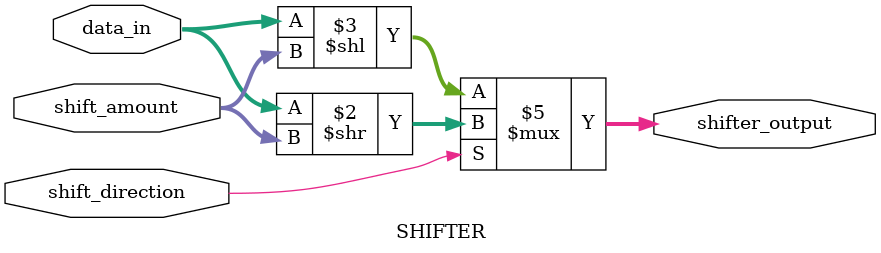
<source format=v>
module SHIFTER(
input [31:0] data_in, 
input [31:0] shift_amount, 
input shift_direction, 
output reg [31:0] shifter_output 
);
always @(data_in)
begin
//shift right operation
if(shift_direction) 
	shifter_output <= data_in >> shift_amount;
else
	shifter_output <= data_in << shift_amount;
end

endmodule
</source>
